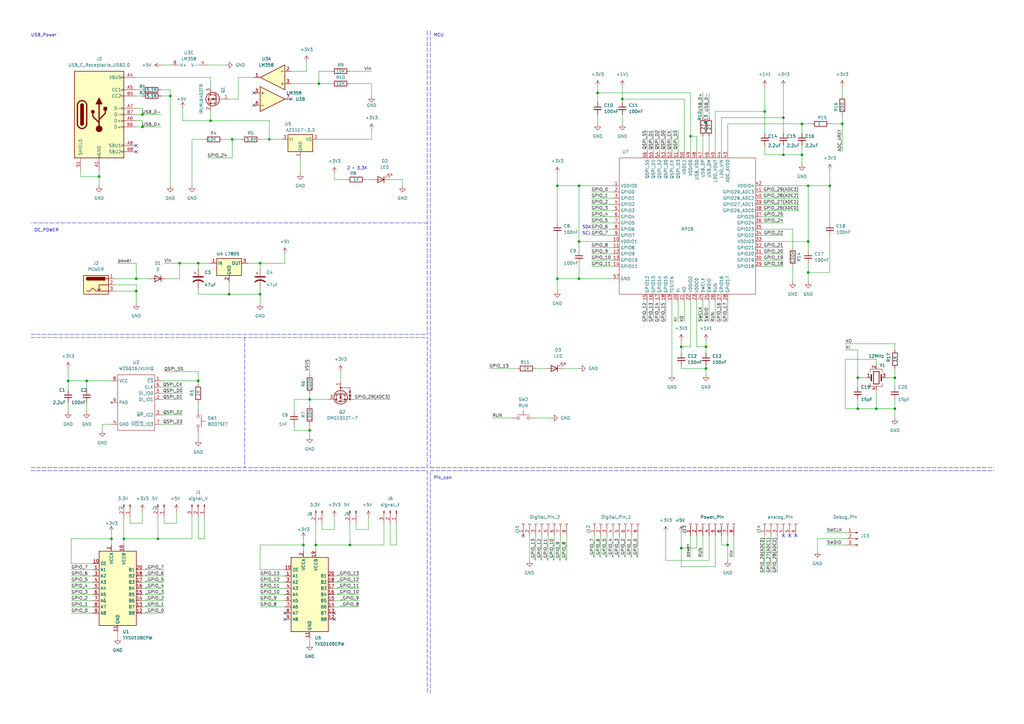
<source format=kicad_sch>
(kicad_sch (version 20211123) (generator eeschema)
  (paper "A3")
  (junction (at 245.11 38.1))
  (junction (at 124.46 223.52))
  (junction (at 93.98 120.65))
  (junction (at 351.79 154.94))
  (junction (at 27.94 156.21))
  (junction (at 73.66 107.95))
  (junction (at 367.03 154.94))
  (junction (at 321.31 63.5))
  (junction (at 106.68 107.95))
  (junction (at 331.47 76.2))
  (junction (at 127 163.83))
  (junction (at 228.6 76.2))
  (junction (at 237.49 114.3))
  (junction (at 64.77 220.98))
  (junction (at 55.88 119.38))
  (junction (at 283.21 55.88))
  (junction (at 367.03 167.64))
  (junction (at 58.42 46.99))
  (junction (at 359.41 167.64))
  (junction (at 237.49 99.06))
  (junction (at 289.56 151.13))
  (junction (at 55.88 114.3))
  (junction (at 50.8 220.98))
  (junction (at 58.42 52.07))
  (junction (at 35.56 156.21))
  (junction (at 345.44 50.8))
  (junction (at 255.27 40.64))
  (junction (at 45.72 220.98))
  (junction (at 340.36 76.2))
  (junction (at 81.28 107.95))
  (junction (at 279.4 224.79))
  (junction (at 127 176.53))
  (junction (at 289.56 142.24))
  (junction (at 81.28 156.21))
  (junction (at 228.6 114.3))
  (junction (at 69.85 39.37))
  (junction (at 279.4 142.24))
  (junction (at 130.81 34.29))
  (junction (at 86.36 49.53))
  (junction (at 95.25 57.15))
  (junction (at 331.47 111.76))
  (junction (at 328.93 63.5))
  (junction (at 110.49 57.15))
  (junction (at 237.49 76.2))
  (junction (at 143.51 223.52))
  (junction (at 328.93 50.8))
  (junction (at 321.31 48.26))
  (junction (at 298.45 223.52))
  (junction (at 129.54 223.52))
  (junction (at 313.69 45.72))
  (junction (at 351.79 167.64))
  (junction (at 331.47 99.06))
  (junction (at 106.68 120.65))
  (junction (at 40.64 72.39))
  (no_connect (at 323.85 219.71))
  (no_connect (at 104.14 43.18))
  (no_connect (at 326.39 219.71))
  (no_connect (at 55.88 62.23))
  (no_connect (at 116.84 251.46))
  (no_connect (at 116.84 254))
  (no_connect (at 137.16 254))
  (no_connect (at 137.16 251.46))
  (no_connect (at 321.31 219.71))
  (no_connect (at 55.88 59.69))
  (no_connect (at 214.63 219.71))
  (no_connect (at 104.14 38.1))
  (no_connect (at 119.38 40.64))
  (wire (pts (xy 160.02 223.52) (xy 162.56 223.52)))
  (wire (pts (xy 81.28 165.1) (xy 81.28 167.64)))
  (wire (pts (xy 120.65 163.83) (xy 127 163.83)))
  (wire (pts (xy 346.71 220.98) (xy 335.28 220.98)))
  (wire (pts (xy 55.88 52.07) (xy 58.42 52.07)))
  (wire (pts (xy 106.68 233.68) (xy 116.84 233.68)))
  (wire (pts (xy 242.57 104.14) (xy 251.46 104.14)))
  (wire (pts (xy 237.49 107.95) (xy 237.49 114.3)))
  (wire (pts (xy 55.88 36.83) (xy 58.42 36.83)))
  (polyline (pts (xy 12.7 137.16) (xy 175.26 137.16)))
  (wire (pts (xy 325.12 93.98) (xy 325.12 101.6)))
  (wire (pts (xy 346.71 167.64) (xy 351.79 167.64)))
  (wire (pts (xy 289.56 151.13) (xy 289.56 153.67)))
  (wire (pts (xy 29.21 238.76) (xy 38.1 238.76)))
  (wire (pts (xy 237.49 114.3) (xy 251.46 114.3)))
  (wire (pts (xy 81.28 177.8) (xy 81.28 180.34)))
  (polyline (pts (xy 12.7 138.43) (xy 175.26 138.43)))
  (wire (pts (xy 55.88 116.84) (xy 55.88 119.38)))
  (wire (pts (xy 340.36 111.76) (xy 331.47 111.76)))
  (wire (pts (xy 86.36 107.95) (xy 81.28 107.95)))
  (wire (pts (xy 45.72 173.99) (xy 41.91 173.99)))
  (wire (pts (xy 29.21 220.98) (xy 45.72 220.98)))
  (wire (pts (xy 265.43 123.19) (xy 265.43 132.08)))
  (wire (pts (xy 106.68 246.38) (xy 116.84 246.38)))
  (wire (pts (xy 45.72 218.44) (xy 45.72 220.98)))
  (wire (pts (xy 232.41 219.71) (xy 232.41 229.87)))
  (wire (pts (xy 298.45 123.19) (xy 298.45 132.08)))
  (wire (pts (xy 242.57 88.9) (xy 251.46 88.9)))
  (wire (pts (xy 55.88 49.53) (xy 58.42 49.53)))
  (wire (pts (xy 273.05 62.23) (xy 273.05 53.34)))
  (wire (pts (xy 74.93 44.45) (xy 74.93 49.53)))
  (wire (pts (xy 290.83 38.1) (xy 290.83 48.26)))
  (wire (pts (xy 58.42 46.99) (xy 66.04 46.99)))
  (wire (pts (xy 46.99 116.84) (xy 55.88 116.84)))
  (wire (pts (xy 245.11 46.99) (xy 245.11 50.8)))
  (wire (pts (xy 40.64 69.85) (xy 40.64 72.39)))
  (wire (pts (xy 149.86 73.66) (xy 152.4 73.66)))
  (wire (pts (xy 93.98 120.65) (xy 106.68 120.65)))
  (wire (pts (xy 50.8 220.98) (xy 50.8 223.52)))
  (wire (pts (xy 67.31 241.3) (xy 58.42 241.3)))
  (wire (pts (xy 35.56 156.21) (xy 35.56 160.02)))
  (wire (pts (xy 33.02 69.85) (xy 33.02 72.39)))
  (wire (pts (xy 280.67 40.64) (xy 255.27 40.64)))
  (wire (pts (xy 127 261.62) (xy 127 264.16)))
  (wire (pts (xy 53.34 212.09) (xy 53.34 214.63)))
  (wire (pts (xy 243.84 228.6) (xy 243.84 219.71)))
  (wire (pts (xy 151.13 217.17) (xy 151.13 212.09)))
  (wire (pts (xy 127 161.29) (xy 127 163.83)))
  (polyline (pts (xy 175.26 91.44) (xy 12.7 91.44)))
  (wire (pts (xy 270.51 123.19) (xy 270.51 132.08)))
  (wire (pts (xy 222.25 219.71) (xy 222.25 229.87)))
  (wire (pts (xy 48.26 107.95) (xy 55.88 107.95)))
  (wire (pts (xy 27.94 156.21) (xy 35.56 156.21)))
  (polyline (pts (xy 176.53 12.7) (xy 176.53 191.77)))
  (wire (pts (xy 86.36 31.75) (xy 86.36 35.56)))
  (wire (pts (xy 78.74 220.98) (xy 64.77 220.98)))
  (wire (pts (xy 67.31 107.95) (xy 73.66 107.95)))
  (wire (pts (xy 157.48 214.63) (xy 157.48 223.52)))
  (wire (pts (xy 288.29 38.1) (xy 288.29 48.26)))
  (wire (pts (xy 106.68 223.52) (xy 106.68 233.68)))
  (wire (pts (xy 283.21 38.1) (xy 245.11 38.1)))
  (wire (pts (xy 312.42 93.98) (xy 325.12 93.98)))
  (wire (pts (xy 290.83 229.87) (xy 273.05 229.87)))
  (wire (pts (xy 346.71 147.32) (xy 346.71 167.64)))
  (wire (pts (xy 66.04 156.21) (xy 81.28 156.21)))
  (wire (pts (xy 116.84 104.14) (xy 116.84 107.95)))
  (wire (pts (xy 55.88 107.95) (xy 55.88 114.3)))
  (wire (pts (xy 68.58 114.3) (xy 73.66 114.3)))
  (wire (pts (xy 298.45 219.71) (xy 298.45 223.52)))
  (wire (pts (xy 81.28 107.95) (xy 81.28 110.49)))
  (wire (pts (xy 242.57 91.44) (xy 251.46 91.44)))
  (wire (pts (xy 137.16 243.84) (xy 147.32 243.84)))
  (wire (pts (xy 359.41 147.32) (xy 346.71 147.32)))
  (wire (pts (xy 278.13 62.23) (xy 278.13 53.34)))
  (wire (pts (xy 106.68 120.65) (xy 106.68 124.46)))
  (wire (pts (xy 283.21 62.23) (xy 283.21 55.88)))
  (wire (pts (xy 73.66 114.3) (xy 73.66 107.95)))
  (wire (pts (xy 340.36 96.52) (xy 340.36 111.76)))
  (wire (pts (xy 67.31 248.92) (xy 58.42 248.92)))
  (wire (pts (xy 29.21 233.68) (xy 38.1 233.68)))
  (wire (pts (xy 106.68 107.95) (xy 116.84 107.95)))
  (wire (pts (xy 83.82 57.15) (xy 78.74 57.15)))
  (wire (pts (xy 127 173.99) (xy 127 176.53)))
  (wire (pts (xy 29.21 231.14) (xy 38.1 231.14)))
  (wire (pts (xy 246.38 228.6) (xy 246.38 219.71)))
  (wire (pts (xy 340.36 69.85) (xy 340.36 76.2)))
  (wire (pts (xy 50.8 212.09) (xy 50.8 220.98)))
  (polyline (pts (xy 175.26 12.7) (xy 175.26 137.16)))
  (wire (pts (xy 279.4 224.79) (xy 279.4 218.44)))
  (wire (pts (xy 237.49 99.06) (xy 251.46 99.06)))
  (wire (pts (xy 116.84 238.76) (xy 106.68 238.76)))
  (wire (pts (xy 81.28 152.4) (xy 81.28 156.21)))
  (wire (pts (xy 346.71 218.44) (xy 339.09 218.44)))
  (wire (pts (xy 295.91 223.52) (xy 298.45 223.52)))
  (wire (pts (xy 67.31 236.22) (xy 58.42 236.22)))
  (wire (pts (xy 78.74 212.09) (xy 78.74 220.98)))
  (wire (pts (xy 97.79 31.75) (xy 104.14 31.75)))
  (wire (pts (xy 86.36 45.72) (xy 86.36 49.53)))
  (wire (pts (xy 345.44 50.8) (xy 345.44 62.23)))
  (wire (pts (xy 29.21 243.84) (xy 38.1 243.84)))
  (wire (pts (xy 85.09 64.77) (xy 95.25 64.77)))
  (wire (pts (xy 321.31 59.69) (xy 321.31 63.5)))
  (wire (pts (xy 58.42 214.63) (xy 58.42 209.55)))
  (wire (pts (xy 130.81 34.29) (xy 135.89 34.29)))
  (wire (pts (xy 255.27 46.99) (xy 255.27 50.8)))
  (wire (pts (xy 33.02 72.39) (xy 40.64 72.39)))
  (wire (pts (xy 29.21 236.22) (xy 38.1 236.22)))
  (wire (pts (xy 285.75 55.88) (xy 283.21 55.88)))
  (wire (pts (xy 137.16 236.22) (xy 147.32 236.22)))
  (wire (pts (xy 242.57 106.68) (xy 251.46 106.68)))
  (wire (pts (xy 300.99 228.6) (xy 300.99 219.71)))
  (wire (pts (xy 335.28 220.98) (xy 335.28 226.06)))
  (wire (pts (xy 106.68 223.52) (xy 124.46 223.52)))
  (wire (pts (xy 242.57 109.22) (xy 251.46 109.22)))
  (wire (pts (xy 298.45 62.23) (xy 298.45 50.8)))
  (wire (pts (xy 313.69 219.71) (xy 313.69 234.95)))
  (wire (pts (xy 120.65 173.99) (xy 120.65 176.53)))
  (wire (pts (xy 316.23 219.71) (xy 316.23 234.95)))
  (wire (pts (xy 242.57 81.28) (xy 251.46 81.28)))
  (wire (pts (xy 285.75 224.79) (xy 279.4 224.79)))
  (wire (pts (xy 137.16 71.12) (xy 137.16 73.66)))
  (wire (pts (xy 325.12 109.22) (xy 325.12 115.57)))
  (wire (pts (xy 106.68 241.3) (xy 116.84 241.3)))
  (wire (pts (xy 288.29 55.88) (xy 288.29 62.23)))
  (wire (pts (xy 97.79 40.64) (xy 97.79 31.75)))
  (wire (pts (xy 66.04 26.67) (xy 69.85 26.67)))
  (wire (pts (xy 55.88 114.3) (xy 60.96 114.3)))
  (wire (pts (xy 58.42 44.45) (xy 58.42 46.99)))
  (wire (pts (xy 248.92 228.6) (xy 248.92 219.71)))
  (wire (pts (xy 27.94 151.13) (xy 27.94 156.21)))
  (wire (pts (xy 143.51 214.63) (xy 143.51 223.52)))
  (wire (pts (xy 127 147.32) (xy 127 153.67)))
  (wire (pts (xy 242.57 93.98) (xy 251.46 93.98)))
  (wire (pts (xy 283.21 142.24) (xy 279.4 142.24)))
  (wire (pts (xy 228.6 71.12) (xy 228.6 76.2)))
  (wire (pts (xy 119.38 34.29) (xy 130.81 34.29)))
  (wire (pts (xy 280.67 123.19) (xy 280.67 132.08)))
  (wire (pts (xy 46.99 114.3) (xy 55.88 114.3)))
  (wire (pts (xy 40.64 72.39) (xy 40.64 76.2)))
  (wire (pts (xy 212.09 151.13) (xy 200.66 151.13)))
  (wire (pts (xy 74.93 158.75) (xy 66.04 158.75)))
  (wire (pts (xy 321.31 48.26) (xy 321.31 54.61)))
  (wire (pts (xy 288.29 219.71) (xy 288.29 228.6)))
  (wire (pts (xy 331.47 76.2) (xy 340.36 76.2)))
  (wire (pts (xy 55.88 119.38) (xy 55.88 124.46)))
  (wire (pts (xy 143.51 223.52) (xy 157.48 223.52)))
  (wire (pts (xy 328.93 63.5) (xy 321.31 63.5)))
  (wire (pts (xy 41.91 173.99) (xy 41.91 176.53)))
  (wire (pts (xy 293.37 219.71) (xy 293.37 232.41)))
  (wire (pts (xy 129.54 223.52) (xy 129.54 226.06)))
  (wire (pts (xy 66.04 161.29) (xy 74.93 161.29)))
  (wire (pts (xy 81.28 118.11) (xy 81.28 120.65)))
  (wire (pts (xy 64.77 212.09) (xy 64.77 220.98)))
  (wire (pts (xy 285.75 142.24) (xy 289.56 142.24)))
  (wire (pts (xy 312.42 88.9) (xy 321.31 88.9)))
  (wire (pts (xy 146.05 217.17) (xy 151.13 217.17)))
  (wire (pts (xy 64.77 220.98) (xy 50.8 220.98)))
  (wire (pts (xy 67.31 212.09) (xy 67.31 214.63)))
  (wire (pts (xy 130.81 57.15) (xy 152.4 57.15)))
  (wire (pts (xy 58.42 49.53) (xy 58.42 52.07)))
  (wire (pts (xy 127 163.83) (xy 134.62 163.83)))
  (wire (pts (xy 137.16 238.76) (xy 147.32 238.76)))
  (wire (pts (xy 351.79 158.75) (xy 351.79 154.94)))
  (wire (pts (xy 279.4 232.41) (xy 279.4 224.79)))
  (wire (pts (xy 275.59 123.19) (xy 275.59 153.67)))
  (wire (pts (xy 331.47 76.2) (xy 331.47 99.06)))
  (wire (pts (xy 125.73 29.21) (xy 125.73 25.4)))
  (wire (pts (xy 106.68 57.15) (xy 110.49 57.15)))
  (wire (pts (xy 351.79 154.94) (xy 355.6 154.94)))
  (wire (pts (xy 29.21 251.46) (xy 38.1 251.46)))
  (wire (pts (xy 290.83 219.71) (xy 290.83 229.87)))
  (wire (pts (xy 135.89 29.21) (xy 130.81 29.21)))
  (wire (pts (xy 119.38 29.21) (xy 125.73 29.21)))
  (wire (pts (xy 293.37 45.72) (xy 313.69 45.72)))
  (wire (pts (xy 66.04 170.18) (xy 74.93 170.18)))
  (wire (pts (xy 298.45 223.52) (xy 298.45 229.87)))
  (wire (pts (xy 254 228.6) (xy 254 219.71)))
  (wire (pts (xy 351.79 154.94) (xy 351.79 143.51)))
  (wire (pts (xy 321.31 48.26) (xy 321.31 35.56)))
  (wire (pts (xy 46.99 119.38) (xy 55.88 119.38)))
  (wire (pts (xy 132.08 217.17) (xy 137.16 217.17)))
  (wire (pts (xy 143.51 34.29) (xy 152.4 34.29)))
  (wire (pts (xy 295.91 48.26) (xy 295.91 62.23)))
  (wire (pts (xy 312.42 96.52) (xy 321.31 96.52)))
  (wire (pts (xy 328.93 50.8) (xy 328.93 54.61)))
  (wire (pts (xy 346.71 143.51) (xy 351.79 143.51)))
  (wire (pts (xy 367.03 143.51) (xy 367.03 140.97)))
  (wire (pts (xy 29.21 231.14) (xy 29.21 220.98)))
  (wire (pts (xy 45.72 220.98) (xy 45.72 223.52)))
  (wire (pts (xy 261.62 228.6) (xy 261.62 219.71)))
  (wire (pts (xy 72.39 214.63) (xy 72.39 209.55)))
  (wire (pts (xy 256.54 228.6) (xy 256.54 219.71)))
  (wire (pts (xy 162.56 214.63) (xy 162.56 223.52)))
  (wire (pts (xy 29.21 241.3) (xy 38.1 241.3)))
  (wire (pts (xy 146.05 214.63) (xy 146.05 217.17)))
  (wire (pts (xy 312.42 83.82) (xy 327.66 83.82)))
  (wire (pts (xy 137.16 73.66) (xy 142.24 73.66)))
  (wire (pts (xy 139.7 152.4) (xy 139.7 156.21)))
  (wire (pts (xy 93.98 40.64) (xy 97.79 40.64)))
  (wire (pts (xy 313.69 45.72) (xy 313.69 35.56)))
  (wire (pts (xy 331.47 107.95) (xy 331.47 111.76)))
  (wire (pts (xy 129.54 214.63) (xy 129.54 223.52)))
  (wire (pts (xy 242.57 83.82) (xy 251.46 83.82)))
  (wire (pts (xy 363.22 154.94) (xy 367.03 154.94)))
  (wire (pts (xy 106.68 107.95) (xy 106.68 110.49)))
  (wire (pts (xy 137.16 217.17) (xy 137.16 212.09)))
  (wire (pts (xy 160.02 73.66) (xy 165.1 73.66)))
  (wire (pts (xy 245.11 35.56) (xy 245.11 38.1)))
  (wire (pts (xy 67.31 214.63) (xy 72.39 214.63)))
  (wire (pts (xy 285.75 123.19) (xy 285.75 142.24)))
  (wire (pts (xy 237.49 76.2) (xy 228.6 76.2)))
  (wire (pts (xy 313.69 45.72) (xy 313.69 54.61)))
  (wire (pts (xy 312.42 101.6) (xy 321.31 101.6)))
  (wire (pts (xy 267.97 123.19) (xy 267.97 132.08)))
  (wire (pts (xy 283.21 55.88) (xy 283.21 38.1)))
  (wire (pts (xy 219.71 151.13) (xy 223.52 151.13)))
  (wire (pts (xy 124.46 220.98) (xy 124.46 223.52)))
  (wire (pts (xy 160.02 214.63) (xy 160.02 223.52)))
  (wire (pts (xy 312.42 91.44) (xy 321.31 91.44)))
  (wire (pts (xy 367.03 167.64) (xy 367.03 171.45)))
  (wire (pts (xy 312.42 76.2) (xy 331.47 76.2)))
  (wire (pts (xy 289.56 142.24) (xy 289.56 144.78)))
  (wire (pts (xy 313.69 63.5) (xy 321.31 63.5)))
  (wire (pts (xy 318.77 219.71) (xy 318.77 234.95)))
  (wire (pts (xy 237.49 99.06) (xy 237.49 102.87)))
  (wire (pts (xy 130.81 29.21) (xy 130.81 34.29)))
  (wire (pts (xy 345.44 35.56) (xy 345.44 39.37)))
  (wire (pts (xy 35.56 156.21) (xy 45.72 156.21)))
  (wire (pts (xy 66.04 163.83) (xy 74.93 163.83)))
  (wire (pts (xy 123.19 64.77) (xy 123.19 71.12)))
  (wire (pts (xy 227.33 219.71) (xy 227.33 229.87)))
  (wire (pts (xy 237.49 76.2) (xy 237.49 99.06)))
  (wire (pts (xy 137.16 241.3) (xy 147.32 241.3)))
  (wire (pts (xy 265.43 62.23) (xy 265.43 53.34)))
  (wire (pts (xy 29.21 246.38) (xy 38.1 246.38)))
  (wire (pts (xy 251.46 228.6) (xy 251.46 219.71)))
  (wire (pts (xy 312.42 78.74) (xy 327.66 78.74)))
  (wire (pts (xy 228.6 114.3) (xy 237.49 114.3)))
  (wire (pts (xy 228.6 76.2) (xy 228.6 91.44)))
  (wire (pts (xy 69.85 39.37) (xy 69.85 76.2)))
  (wire (pts (xy 143.51 223.52) (xy 129.54 223.52)))
  (wire (pts (xy 289.56 139.7) (xy 289.56 142.24)))
  (wire (pts (xy 275.59 53.34) (xy 275.59 62.23)))
  (wire (pts (xy 278.13 123.19) (xy 278.13 132.08)))
  (wire (pts (xy 259.08 228.6) (xy 259.08 219.71)))
  (wire (pts (xy 67.31 238.76) (xy 58.42 238.76)))
  (wire (pts (xy 312.42 81.28) (xy 327.66 81.28)))
  (wire (pts (xy 67.31 243.84) (xy 58.42 243.84)))
  (polyline (pts (xy 175.26 193.04) (xy 175.26 284.48)))
  (wire (pts (xy 367.03 151.13) (xy 367.03 154.94)))
  (wire (pts (xy 351.79 163.83) (xy 351.79 167.64)))
  (wire (pts (xy 81.28 120.65) (xy 93.98 120.65)))
  (wire (pts (xy 289.56 149.86) (xy 289.56 151.13)))
  (wire (pts (xy 331.47 99.06) (xy 331.47 102.87)))
  (wire (pts (xy 27.94 165.1) (xy 27.94 168.91)))
  (wire (pts (xy 55.88 44.45) (xy 58.42 44.45)))
  (wire (pts (xy 81.28 220.98) (xy 83.82 220.98)))
  (wire (pts (xy 228.6 96.52) (xy 228.6 114.3)))
  (wire (pts (xy 270.51 62.23) (xy 270.51 53.34)))
  (wire (pts (xy 328.93 50.8) (xy 332.74 50.8)))
  (wire (pts (xy 69.85 36.83) (xy 69.85 39.37)))
  (wire (pts (xy 295.91 123.19) (xy 295.91 132.08)))
  (wire (pts (xy 359.41 160.02) (xy 359.41 167.64)))
  (wire (pts (xy 293.37 123.19) (xy 293.37 132.08)))
  (wire (pts (xy 86.36 49.53) (xy 110.49 49.53)))
  (wire (pts (xy 273.05 123.19) (xy 273.05 132.08)))
  (wire (pts (xy 245.11 38.1) (xy 245.11 41.91)))
  (wire (pts (xy 359.41 167.64) (xy 367.03 167.64)))
  (wire (pts (xy 283.21 123.19) (xy 283.21 142.24)))
  (polyline (pts (xy 176.53 193.04) (xy 407.67 193.04)))
  (wire (pts (xy 290.83 55.88) (xy 290.83 62.23)))
  (wire (pts (xy 359.41 149.86) (xy 359.41 147.32)))
  (wire (pts (xy 152.4 34.29) (xy 152.4 39.37)))
  (polyline (pts (xy 175.26 191.77) (xy 175.26 138.43)))
  (wire (pts (xy 328.93 59.69) (xy 328.93 63.5)))
  (wire (pts (xy 345.44 50.8) (xy 345.44 46.99)))
  (wire (pts (xy 48.26 259.08) (xy 48.26 261.62)))
  (wire (pts (xy 137.16 248.92) (xy 147.32 248.92)))
  (wire (pts (xy 67.31 152.4) (xy 81.28 152.4)))
  (wire (pts (xy 224.79 219.71) (xy 224.79 229.87)))
  (wire (pts (xy 279.4 149.86) (xy 279.4 151.13)))
  (wire (pts (xy 285.75 219.71) (xy 285.75 224.79)))
  (wire (pts (xy 67.31 233.68) (xy 58.42 233.68)))
  (wire (pts (xy 228.6 114.3) (xy 228.6 119.38)))
  (wire (pts (xy 340.36 50.8) (xy 345.44 50.8)))
  (wire (pts (xy 110.49 49.53) (xy 110.49 57.15)))
  (wire (pts (xy 55.88 46.99) (xy 58.42 46.99)))
  (wire (pts (xy 285.75 62.23) (xy 285.75 55.88)))
  (wire (pts (xy 312.42 104.14) (xy 321.31 104.14)))
  (wire (pts (xy 340.36 76.2) (xy 340.36 91.44)))
  (polyline (pts (xy 12.7 191.77) (xy 175.26 191.77)))
  (wire (pts (xy 93.98 115.57) (xy 93.98 120.65)))
  (wire (pts (xy 27.94 156.21) (xy 27.94 160.02)))
  (wire (pts (xy 124.46 223.52) (xy 124.46 226.06)))
  (wire (pts (xy 81.28 212.09) (xy 81.28 220.98)))
  (wire (pts (xy 312.42 99.06) (xy 331.47 99.06)))
  (wire (pts (xy 66.04 39.37) (xy 69.85 39.37)))
  (wire (pts (xy 83.82 212.09) (xy 83.82 220.98)))
  (wire (pts (xy 110.49 57.15) (xy 115.57 57.15)))
  (wire (pts (xy 81.28 156.21) (xy 81.28 157.48)))
  (wire (pts (xy 295.91 48.26) (xy 321.31 48.26)))
  (wire (pts (xy 95.25 64.77) (xy 95.25 57.15)))
  (wire (pts (xy 217.17 229.87) (xy 217.17 219.71)))
  (wire (pts (xy 106.68 120.65) (xy 106.68 118.11)))
  (wire (pts (xy 293.37 232.41) (xy 279.4 232.41)))
  (wire (pts (xy 267.97 62.23) (xy 267.97 53.34)))
  (wire (pts (xy 29.21 248.92) (xy 38.1 248.92)))
  (wire (pts (xy 273.05 229.87) (xy 273.05 218.44)))
  (wire (pts (xy 280.67 62.23) (xy 280.67 40.64)))
  (wire (pts (xy 229.87 219.71) (xy 229.87 229.87)))
  (wire (pts (xy 331.47 111.76) (xy 331.47 115.57)))
  (wire (pts (xy 312.42 109.22) (xy 321.31 109.22)))
  (wire (pts (xy 201.93 171.45) (xy 209.55 171.45)))
  (wire (pts (xy 66.04 36.83) (xy 69.85 36.83)))
  (wire (pts (xy 346.71 140.97) (xy 367.03 140.97)))
  (wire (pts (xy 137.16 246.38) (xy 147.32 246.38)))
  (wire (pts (xy 242.57 101.6) (xy 251.46 101.6)))
  (wire (pts (xy 132.08 214.63) (xy 132.08 217.17)))
  (wire (pts (xy 231.14 151.13) (xy 237.49 151.13)))
  (wire (pts (xy 120.65 168.91) (xy 120.65 163.83)))
  (wire (pts (xy 346.71 223.52) (xy 339.09 223.52)))
  (wire (pts (xy 127 163.83) (xy 127 166.37)))
  (wire (pts (xy 219.71 219.71) (xy 219.71 229.87)))
  (polyline (pts (xy 176.53 191.77) (xy 407.67 191.77)))
  (polyline (pts (xy 176.53 284.48) (xy 176.53 193.04)))
  (wire (pts (xy 219.71 171.45) (xy 226.06 171.45)))
  (wire (pts (xy 58.42 52.07) (xy 66.04 52.07)))
  (wire (pts (xy 101.6 107.95) (xy 106.68 107.95)))
  (wire (pts (xy 293.37 45.72) (xy 293.37 62.23)))
  (wire (pts (xy 35.56 165.1) (xy 35.56 168.91)))
  (wire (pts (xy 78.74 57.15) (xy 78.74 76.2)))
  (wire (pts (xy 367.03 154.94) (xy 367.03 158.75)))
  (wire (pts (xy 127 176.53) (xy 127 179.07)))
  (wire (pts (xy 85.09 26.67) (xy 92.71 26.67)))
  (wire (pts (xy 165.1 73.66) (xy 165.1 76.2)))
  (wire (pts (xy 116.84 236.22) (xy 106.68 236.22)))
  (wire (pts (xy 120.65 176.53) (xy 127 176.53)))
  (wire (pts (xy 152.4 57.15) (xy 152.4 53.34)))
  (wire (pts (xy 312.42 86.36) (xy 327.66 86.36)))
  (wire (pts (xy 290.83 123.19) (xy 290.83 132.08)))
  (polyline (pts (xy 100.33 138.43) (xy 100.33 191.77)))
  (wire (pts (xy 74.93 49.53) (xy 86.36 49.53)))
  (wire (pts (xy 66.04 173.99) (xy 74.93 173.99)))
  (wire (pts (xy 53.34 214.63) (xy 58.42 214.63)))
  (wire (pts (xy 367.03 163.83) (xy 367.03 167.64)))
  (wire (pts (xy 283.21 219.71) (xy 283.21 228.6)))
  (wire (pts (xy 106.68 243.84) (xy 116.84 243.84)))
  (wire (pts (xy 67.31 251.46) (xy 58.42 251.46)))
  (wire (pts (xy 298.45 50.8) (xy 328.93 50.8)))
  (wire (pts (xy 295.91 219.71) (xy 295.91 223.52)))
  (wire (pts (xy 313.69 59.69) (xy 313.69 63.5)))
  (wire (pts (xy 237.49 76.2) (xy 251.46 76.2)))
  (wire (pts (xy 242.57 86.36) (xy 251.46 86.36)))
  (wire (pts (xy 91.44 57.15) (xy 95.25 57.15)))
  (wire (pts (xy 143.51 29.21) (xy 152.4 29.21)))
  (wire (pts (xy 279.4 151.13) (xy 289.56 151.13)))
  (wire (pts (xy 312.42 106.68) (xy 321.31 106.68)))
  (wire (pts (xy 279.4 139.7) (xy 279.4 142.24)))
  (wire (pts (xy 242.57 78.74) (xy 251.46 78.74)))
  (wire (pts (xy 106.68 248.92) (xy 116.84 248.92)))
  (wire (pts (xy 279.4 142.24) (xy 279.4 144.78)))
  (wire (pts (xy 144.78 163.83) (xy 160.02 163.83)))
  (wire (pts (xy 255.27 40.64) (xy 255.27 41.91)))
  (wire (pts (xy 242.57 96.52) (xy 251.46 96.52)))
  (wire (pts (xy 55.88 31.75) (xy 86.36 31.75)))
  (wire (pts (xy 67.31 246.38) (xy 58.42 246.38)))
  (wire (pts (xy 328.93 63.5) (xy 328.93 67.31)))
  (wire (pts (xy 95.25 57.15) (xy 99.06 57.15)))
  (wire (pts (xy 351.79 167.64) (xy 359.41 167.64)))
  (wire (pts (xy 73.66 107.95) (xy 81.28 107.95)))
  (wire (pts (xy 255.27 35.56) (xy 255.27 40.64)))
  (wire (pts (xy 55.88 39.37) (xy 58.42 39.37)))
  (polyline (pts (xy 12.7 193.04) (xy 175.26 193.04)))
  (wire (pts (xy 288.29 123.19) (xy 288.29 132.08)))
  (text "SCL" (at 238.76 96.52 0) (effects (font (size 1.27 1.27)) (justify left bottom)))
  (text "SDA" (at 238.76 93.98 0) (effects (font (size 1.27 1.27)) (justify left bottom)))
  (text "USB_Power" (at 12.7 15.24 0) (effects (font (size 1.27 1.27)) (justify left bottom)))
  (text "전원부" (at 55.88 123.19 0) (effects (font (size 1.27 1.27)) (justify left bottom)))
  (text "DC_POWER" (at 13.97 95.25 0) (effects (font (size 1.27 1.27)) (justify left bottom)))
  (text "MCU" (at 177.8 15.24 0) (effects (font (size 1.27 1.27)) (justify left bottom)))
  (text "Pin_con" (at 177.8 196.85 0) (effects (font (size 1.27 1.27)) (justify left bottom)))
  (text "2 ~ 3.3K" (at 142.24 69.85 0) (effects (font (size 1.27 1.27)) (justify left bottom)))
  (label "GPIO_18" (at 321.31 109.22 180))
  (label "_GPIO_5" (at 248.92 228.6 90))
  (label "RUN" (at 201.93 171.45 0))
  (label "_GPIO_10" (at 227.33 229.87 90))
  (label "_GPIO_12" (at 147.32 238.76 180))
  (label "SWCLK" (at 288.29 132.08 90))
  (label "_GPIO_1" (at 259.08 228.6 90))
  (label "_GPIO_13" (at 219.71 229.87 90))
  (label "QSPI_D2" (at 270.51 53.34 270))
  (label "USB_D+" (at 288.29 38.1 270))
  (label "_GPIO_8" (at 147.32 248.92 180))
  (label "GPIO_20" (at 321.31 104.14 180))
  (label "_GPIO_0" (at 261.62 228.6 90))
  (label "GPIO_19" (at 321.31 106.68 180))
  (label "GPIO_25" (at 321.31 88.9 180))
  (label "_GPIO_4" (at 251.46 228.6 90))
  (label "GPIO_21" (at 321.31 101.6 180))
  (label "GPIO_0" (at 29.21 251.46 0))
  (label "Vin" (at 152.4 29.21 180))
  (label "_GPIO_7" (at 243.84 228.6 90))
  (label "_GPIO_9" (at 147.32 246.38 180))
  (label "XI" (at 278.13 132.08 90))
  (label "GPIO_6" (at 29.21 236.22 0))
  (label "GPIO_10" (at 242.57 106.68 0))
  (label "QSPI_SS" (at 67.31 152.4 0))
  (label "VSYS" (at 127 147.32 270))
  (label "GPIO_28(ADC2)" (at 318.77 234.95 90))
  (label "GPIO_16" (at 295.91 132.08 90))
  (label "GPIO_4" (at 29.21 241.3 0))
  (label "GPIO_26(ADC0)" (at 313.69 234.95 90))
  (label "GPIO_28(ADC2)" (at 327.66 81.28 180))
  (label "QSPI_D0" (at 74.93 161.29 180))
  (label "GPIO_29(ADC3)" (at 327.66 78.74 180))
  (label "GPIO_29(ADC3)" (at 160.02 163.83 180))
  (label "_GPIO_3" (at 67.31 243.84 180))
  (label "GPIO_5" (at 242.57 91.44 0))
  (label "SWDIO" (at 339.09 223.52 0))
  (label "GPIO_7" (at 29.21 233.68 0))
  (label "_GPIO_6" (at 67.31 236.22 180))
  (label "GPIO_13" (at 200.66 151.13 0))
  (label "GPIO_2" (at 29.21 246.38 0))
  (label "GPIO_7" (at 242.57 96.52 0))
  (label "RUN" (at 288.29 228.6 90))
  (label "USB_D-" (at 66.04 46.99 180))
  (label "ADC_VREF" (at 345.44 62.23 90))
  (label "GPIO_1" (at 29.21 248.92 0))
  (label "GPIO_9" (at 106.68 246.38 0))
  (label "GPIO_13" (at 267.97 132.08 90))
  (label "GPIO_14" (at 270.51 132.08 90))
  (label "Vin" (at 300.99 228.6 90))
  (label "RUN" (at 293.37 132.08 90))
  (label "GPIO_17" (at 298.45 132.08 90))
  (label "_GPIO_2" (at 67.31 246.38 180))
  (label "GPIO_8" (at 242.57 101.6 0))
  (label "GPIO_8" (at 106.68 248.92 0))
  (label "_GPIO_11" (at 147.32 241.3 180))
  (label "_GPIO_5" (at 67.31 238.76 180))
  (label "QSPI_D1" (at 267.97 53.34 270))
  (label "USB_D-" (at 290.83 38.1 270))
  (label "QSPI_D1" (at 74.93 163.83 180))
  (label "SWDIO" (at 290.83 132.08 90))
  (label "_GPIO_3" (at 254 228.6 90))
  (label "USB_D+" (at 66.04 52.07 180))
  (label "GPIO_3" (at 242.57 86.36 0))
  (label "GPIO_15" (at 273.05 132.08 90))
  (label "GPIO_26(ADC0)" (at 327.66 86.36 180))
  (label "_GPIO_13" (at 147.32 236.22 180))
  (label "GPIO_11" (at 106.68 241.3 0))
  (label "QSPI_D2" (at 74.93 170.18 180))
  (label "QSPI_CK" (at 275.59 53.34 270))
  (label "GPIO_3" (at 29.21 243.84 0))
  (label "_GPIO_0" (at 67.31 251.46 180))
  (label "GPIO_6" (at 242.57 93.98 0))
  (label "_GPIO_12" (at 222.25 229.87 90))
  (label "GPIO_10" (at 106.68 243.84 0))
  (label "GPIO_22" (at 321.31 96.52 180))
  (label "QSPI_D3" (at 278.13 53.34 270))
  (label "power" (at 283.21 228.6 90))
  (label "_GPIO_8" (at 232.41 229.87 90))
  (label "GPIO_5" (at 29.21 238.76 0))
  (label "GPIO_2" (at 242.57 83.82 0))
  (label "GPIO_13" (at 106.68 236.22 0))
  (label "_GPIO_11" (at 224.79 229.87 90))
  (label "GPIO_24" (at 85.09 64.77 0))
  (label "GPIO_12" (at 265.43 132.08 90))
  (label "GPIO_0" (at 242.57 78.74 0))
  (label "QSPI_SS" (at 265.43 53.34 270))
  (label "_GPIO_7" (at 67.31 233.68 180))
  (label "GPIO_27(ADC1)" (at 327.66 83.82 180))
  (label "_GPIO_10" (at 147.32 243.84 180))
  (label "Vin" (at 67.31 107.95 0))
  (label "XO" (at 346.71 140.97 0))
  (label "QSPI_D3" (at 74.93 173.99 180))
  (label "GPIO_11" (at 242.57 109.22 0))
  (label "GPIO_1" (at 242.57 81.28 0))
  (label "GPIO_9" (at 242.57 104.14 0))
  (label "XO" (at 280.67 132.08 90))
  (label "_GPIO_2" (at 256.54 228.6 90))
  (label "SWCLK" (at 339.09 218.44 0))
  (label "GPIO_24" (at 321.31 91.44 180))
  (label "_GPIO_4" (at 67.31 241.3 180))
  (label "QSPI_CK" (at 74.93 158.75 180))
  (label "XI" (at 346.71 143.51 0))
  (label "_GPIO_6" (at 246.38 228.6 90))
  (label "_GPIO_1" (at 67.31 248.92 180))
  (label "GPIO_27(ADC1)" (at 316.23 234.95 90))
  (label "GPIO_12" (at 106.68 238.76 0))
  (label "power" (at 48.26 107.95 0))
  (label "_GPIO_9" (at 229.87 229.87 90))
  (label "QSPI_D0" (at 273.05 53.34 270))
  (label "GPIO_4" (at 242.57 88.9 0))
  (symbol (lib_id "power:GND") (at 328.93 67.31 0) (mirror y) (unit 1)
    (property "Reference" "#PWR0123" (effects hide))
    (property "Value" "GND" (at 328.93 72.39 0))
  )
  (symbol (lib_id "power:GND") (at 152.4 39.37 0) (unit 1)
    (property "Reference" "#PWR0115" (effects hide))
    (property "Value" "GND" (at 152.4 43.18 0))
  )
  (symbol (lib_id "Switch:SW_Push") (at 214.63 171.45 0) (unit 1)
    (property "Reference" "SW2" (at 214.63 163.83 0))
    (property "Value" "RUN" (at 214.63 166.37 0))
    (property "Footprint" "Button_Switch_SMD:SW_SPST_Omron_B3FS-100xP" (effects hide))
  )
  (symbol (lib_id "power:+5V") (at 279.4 218.44 0) (unit 1)
    (property "Reference" "#PWR0153" (effects hide))
    (property "Value" "+5V" (at 276.86 213.36 0) (effects (justify left)))
  )
  (symbol (lib_id "power:+3.3V") (at 245.11 35.56 0) (unit 1)
    (property "Reference" "#PWR0120" (effects hide))
    (property "Value" "+3.3V" (at 245.11 30.48 0))
  )
  (symbol (lib_id "Device:LED") (at 156.21 73.66 180) (unit 1)
    (property "Reference" "D2" (at 157.7975 66.04 0))
    (property "Value" "LED" (at 157.7975 68.58 0))
    (property "Footprint" "LED_SMD:LED_0805_2012Metric_Pad1.15x1.40mm_HandSolder" (effects hide))
  )
  (symbol (lib_id "power:+3.3V") (at 137.16 212.09 0) (unit 1)
    (property "Reference" "#PWR0140" (effects hide))
    (property "Value" "+3.3V" (at 137.16 207.01 0))
  )
  (symbol (lib_id "power:GND") (at 106.68 124.46 0) (unit 1)
    (property "Reference" "#PWR0114" (effects hide))
    (property "Value" "GND" (at 106.68 129.54 0))
  )
  (symbol (lib_id "power:GND") (at 331.47 115.57 0) (mirror y) (unit 1)
    (property "Reference" "#PWR0128" (effects hide))
    (property "Value" "GND" (at 331.47 120.65 0))
  )
  (symbol (lib_id "power:+3.3V") (at 321.31 35.56 0) (unit 1)
    (property "Reference" "#PWR0125" (effects hide))
    (property "Value" "+3.3V" (at 321.31 30.48 0))
  )
  (symbol (lib_id "power:+3.3V") (at 273.05 218.44 0) (unit 1)
    (property "Reference" "#PWR0154" (effects hide))
    (property "Value" "+3.3V" (at 273.05 213.36 0))
  )
  (symbol (lib_id "power:+3.3V") (at 137.16 71.12 0) (unit 1)
    (property "Reference" "#PWR0109" (effects hide))
    (property "Value" "+3.3V" (at 137.16 66.04 0))
  )
  (symbol (lib_id "power:+3.3V") (at 58.42 209.55 0) (unit 1)
    (property "Reference" "#PWR0134" (effects hide))
    (property "Value" "+3.3V" (at 58.42 204.47 0))
  )
  (symbol (lib_id "Connector:Conn_01x08_Female") (at 222.25 214.63 90) (unit 1)
    (property "Reference" "J11" (at 212.09 217.17 0))
    (property "Value" "Digital_Pin_2" (at 223.52 212.09 90))
    (property "Footprint" "Connector_PinSocket_2.54mm:PinSocket_1x08_P2.54mm_Vertical" (effects hide))
  )
  (symbol (lib_id "power:+3.3V") (at 125.73 25.4 0) (unit 1)
    (property "Reference" "#PWR0102" (effects hide))
    (property "Value" "+3.3V" (at 125.73 20.32 0))
  )
  (symbol (lib_id "power:+3.3V") (at 152.4 53.34 0) (unit 1)
    (property "Reference" "#PWR0116" (effects hide))
    (property "Value" "+3.3V" (at 152.4 48.26 0))
  )
  (symbol (lib_id "Transistor_FET:DMG1012T") (at 139.7 161.29 90) (mirror x) (unit 1)
    (property "Reference" "Q2" (at 140.3985 168.91 90))
    (property "Value" "DMG1012T-7" (at 140.3985 171.45 90))
    (property "Footprint" "MOSFET:DMG1012T" (effects hide))
    (property "Datasheet" "https://www.diodes.com/assets/Datasheets/ds31783.pdf" (effects hide))
  )
  (symbol (lib_id "power:+3.3V") (at 228.6 71.12 0) (unit 1)
    (property "Reference" "#PWR0121" (effects hide))
    (property "Value" "+3.3V" (at 228.6 66.04 0))
  )
  (symbol (lib_id "power:+5V") (at 72.39 209.55 0) (unit 1)
    (property "Reference" "#PWR0136" (effects hide))
    (property "Value" "+5V" (at 69.85 204.47 0) (effects (justify left)))
  )
  (symbol (lib_id "Device:C_Small") (at 321.31 57.15 0) (unit 1)
    (property "Reference" "C15" (at 322.58 55.88 0) (effects (justify left)))
    (property "Value" "2.2uF" (at 322.58 59.69 0) (effects (justify left)))
    (property "Footprint" "Capacitor_SMD:C_0805_2012Metric_Pad1.18x1.45mm_HandSolder" (effects hide))
  )
  (symbol (lib_id "Device:R") (at 325.12 105.41 180) (unit 1)
    (property "Reference" "R14" (at 327.66 105.41 90))
    (property "Value" "100K" (at 325.12 105.41 90))
    (property "Footprint" "Resistor_SMD:R_0805_2012Metric_Pad1.20x1.40mm_HandSolder" (effects hide))
  )
  (symbol (lib_id "Device:C_Small") (at 237.49 105.41 0) (unit 1)
    (property "Reference" "C9" (at 233.68 102.87 0) (effects (justify left)))
    (property "Value" "100nF" (at 231.14 107.95 0) (effects (justify left)))
    (property "Footprint" "Capacitor_SMD:C_0603_1608Metric_Pad1.08x0.95mm_HandSolder" (effects hide))
  )
  (symbol (lib_id "Connector:Conn_01x03_Male") (at 160.02 209.55 270) (unit 1)
    (property "Reference" "J6" (at 160.02 204.47 90))
    (property "Value" "signal_V" (at 160.02 207.01 90))
    (property "Footprint" "Connector_PinHeader_2.54mm:PinHeader_1x03_P2.54mm_Vertical" (effects hide))
  )
  (symbol (lib_id "Device:R") (at 345.44 43.18 0) (unit 1)
    (property "Reference" "R16" (at 342.9 41.91 90) (effects (justify right)))
    (property "Value" "200" (at 345.44 41.91 90) (effects (justify right)))
    (property "Footprint" "Resistor_SMD:R_0805_2012Metric_Pad1.20x1.40mm_HandSolder" (effects hide))
  )
  (symbol (lib_id "Device:C_Small") (at 120.65 171.45 180) (unit 1)
    (property "Reference" "C6" (at 115.57 170.18 0) (effects (justify right)))
    (property "Value" "1nF" (at 114.3 173.99 0) (effects (justify right)))
    (property "Footprint" "Capacitor_SMD:C_0805_2012Metric_Pad1.18x1.45mm_HandSolder" (effects hide))
  )
  (symbol (lib_id "Device:R") (at 336.55 50.8 90) (unit 1)
    (property "Reference" "R15" (at 335.28 48.26 90) (effects (justify right)))
    (property "Value" "1" (at 335.28 50.8 90) (effects (justify right)))
    (property "Footprint" "Resistor_SMD:R_0603_1608Metric_Pad0.98x0.95mm_HandSolder" (effects hide))
  )
  (symbol (lib_id "Device:R") (at 139.7 29.21 270) (unit 1)
    (property "Reference" "R9" (at 139.7 26.67 90))
    (property "Value" "10K" (at 139.7 29.21 90))
    (property "Footprint" "Resistor_SMD:R_0805_2012Metric_Pad1.20x1.40mm_HandSolder" (effects hide))
  )
  (symbol (lib_id "power:+1V1") (at 313.69 35.56 0) (unit 1)
    (property "Reference" "#PWR0126" (effects hide))
    (property "Value" "+1V1" (at 313.69 30.48 0))
  )
  (symbol (lib_id "Amplifier_Operational:LM358") (at 111.76 31.75 180) (unit 1)
    (property "Reference" "U3" (at 109.22 24.13 0))
    (property "Value" "LM358" (at 109.22 26.67 0))
    (property "Footprint" "Package_SO:SOIC-8_3.9x4.9mm_P1.27mm" (effects hide))
    (property "Datasheet" "http://www.ti.com/lit/ds/symlink/lm2904-n.pdf" (effects hide))
  )
  (symbol (lib_id "power:+5V") (at 66.04 26.67 90) (unit 1)
    (property "Reference" "#PWR0106" (effects hide))
    (property "Value" "+5V" (at 62.23 26.6699 90) (effects (justify left)))
  )
  (symbol (lib_id "Device:C_Small") (at 351.79 161.29 0) (unit 1)
    (property "Reference" "C19" (at 353.06 158.75 0) (effects (justify left)))
    (property "Value" "15pF" (at 353.06 163.83 0) (effects (justify left)))
    (property "Footprint" "Capacitor_SMD:C_0603_1608Metric_Pad1.08x0.95mm_HandSolder" (effects hide))
  )
  (symbol (lib_id "Device:R") (at 288.29 52.07 180) (unit 1)
    (property "Reference" "R12" (at 287.02 49.53 90) (effects (justify right)))
    (property "Value" "27" (at 288.29 53.34 90) (effects (justify right)))
    (property "Footprint" "Resistor_SMD:R_0603_1608Metric_Pad0.98x0.95mm_HandSolder" (effects hide))
  )
  (symbol (lib_id "Device:R") (at 290.83 52.07 0) (unit 1)
    (property "Reference" "R13" (at 289.56 46.99 90) (effects (justify right)))
    (property "Value" "27" (at 290.83 50.8 90) (effects (justify right)))
    (property "Footprint" "Resistor_SMD:R_0603_1608Metric_Pad0.98x0.95mm_HandSolder" (effects hide))
  )
  (symbol (lib_id "Connector:USB_C_Receptacle_USB2.0") (at 40.64 46.99 0) (unit 1)
    (property "Reference" "J3" (at 40.64 24.13 0))
    (property "Value" "USB_C_Receptacle_USB2.0" (at 40.64 26.67 0))
    (property "Footprint" "Connector_USB:USB_C_Receptacle_XKB_U262-16XN-4BVC11" (effects hide))
    (property "Datasheet" "https://www.usb.org/sites/default/files/documents/usb_type-c.zip" (effects hide))
  )
  (symbol (lib_id "Device:R") (at 367.03 147.32 0) (unit 1)
    (property "Reference" "R17" (at 364.49 148.59 90) (effects (justify left)))
    (property "Value" "1K" (at 367.03 148.59 90) (effects (justify left)))
    (property "Footprint" "Resistor_SMD:R_0603_1608Metric_Pad0.98x0.95mm_HandSolder" (effects hide))
  )
  (symbol (lib_id "Logic_LevelTranslator:TXS0108EPW") (at 48.26 241.3 0) (unit 1)
    (property "Reference" "U1" (at 50.2794 259.08 0) (effects (justify left)))
    (property "Value" "TXS0108EPW" (at 50.2794 261.62 0) (effects (justify left)))
    (property "Footprint" "Package_SO:TSSOP-20_4.4x6.5mm_P0.65mm" (effects hide))
    (property "Datasheet" "www.ti.com/lit/ds/symlink/txs0108e.pdf" (effects hide))
  )
  (symbol (lib_id "power:GND") (at 255.27 50.8 0) (unit 1)
    (property "Reference" "#PWR0117" (effects hide))
    (property "Value" "GND" (at 255.27 55.88 0))
  )
  (symbol (lib_id "power:+3.3V") (at 345.44 35.56 0) (unit 1)
    (property "Reference" "#PWR0127" (effects hide))
    (property "Value" "+3.3V" (at 345.44 30.48 0))
  )
  (symbol (lib_id "power:GND") (at 165.1 76.2 0) (unit 1)
    (property "Reference" "#PWR0111" (effects hide))
    (property "Value" "GND" (at 165.1 81.28 0))
  )
  (symbol (lib_id "Logic_LevelTranslator:TXS0108EPW") (at 127 243.84 0) (unit 1)
    (property "Reference" "U6" (at 129.0194 261.62 0) (effects (justify left)))
    (property "Value" "TXS0108EPW" (at 129.0194 264.16 0) (effects (justify left)))
    (property "Footprint" "Package_SO:TSSOP-20_4.4x6.5mm_P0.65mm" (effects hide))
    (property "Datasheet" "www.ti.com/lit/ds/symlink/txs0108e.pdf" (effects hide))
  )
  (symbol (lib_id "Device:R") (at 146.05 73.66 270) (unit 1)
    (property "Reference" "R8" (at 143.51 71.12 90) (effects (justify left)))
    (property "Value" "1K" (at 144.78 73.66 90) (effects (justify left)))
    (property "Footprint" "Resistor_SMD:R_0603_1608Metric_Pad0.98x0.95mm_HandSolder" (effects hide))
  )
  (symbol (lib_id "Device:R") (at 127 170.18 0) (unit 1)
    (property "Reference" "R7" (at 124.46 171.45 90) (effects (justify left)))
    (property "Value" "100K" (at 127 172.72 90) (effects (justify left)))
    (property "Footprint" "Resistor_SMD:R_0805_2012Metric_Pad1.20x1.40mm_HandSolder" (effects hide))
  )
  (symbol (lib_id "Connector:Conn_01x08_Female") (at 251.46 214.63 90) (unit 1)
    (property "Reference" "J12" (at 241.3 217.17 0))
    (property "Value" "Digital_Pin_1" (at 252.73 212.09 90))
    (property "Footprint" "Connector_PinSocket_2.54mm:PinSocket_1x08_P2.54mm_Vertical" (effects hide))
  )
  (symbol (lib_id "Amplifier_Operational:LM358") (at 111.76 40.64 0) (unit 2)
    (property "Reference" "U3" (at 123.19 40.64 0))
    (property "Value" "LM358" (at 120.65 38.1 0))
    (property "Footprint" "Package_SO:SOIC-8_3.9x4.9mm_P1.27mm" (effects hide))
    (property "Datasheet" "http://www.ti.com/lit/ds/symlink/lm2904-n.pdf" (effects hide))
  )
  (symbol (lib_id "Regulator_Linear:L7805") (at 93.98 107.95 0) (unit 1)
    (property "Reference" "U4" (at 90.17 104.14 0))
    (property "Value" "L7805" (at 95.25 104.14 0))
    (property "Footprint" "Package_TO_SOT_SMD:TO-252-2" (effects hide))
    (property "Datasheet" "http://www.st.com/content/ccc/resource/technical/document/datasheet/41/4f/b3/b0/12/d4/47/88/CD00000444.pdf/files/CD00000444.pdf/jcr:content/translations/en.CD00000444.pdf" (effects hide))
  )
  (symbol (lib_id "Device:R") (at 62.23 36.83 90) (unit 1)
    (property "Reference" "R1" (at 58.42 35.56 90))
    (property "Value" "5.1K" (at 62.23 36.83 90))
    (property "Footprint" "Resistor_SMD:R_0603_1608Metric_Pad0.98x0.95mm_HandSolder" (effects hide))
  )
  (symbol (lib_id "power:+5V") (at 74.93 44.45 0) (unit 1)
    (property "Reference" "#PWR0103" (effects hide))
    (property "Value" "+5V" (at 72.39 40.64 0) (effects (justify left)))
  )
  (symbol (lib_id "Connector:Conn_01x02_Male") (at 146.05 209.55 270) (unit 1)
    (property "Reference" "J9" (at 140.97 210.82 90) (effects (justify left)))
    (property "Value" "5V" (at 140.97 207.01 90) (effects (justify left)))
    (property "Footprint" "Connector_PinHeader_2.54mm:PinHeader_1x02_P2.54mm_Vertical" (effects hide))
  )
  (symbol (lib_id "power:+3.3V") (at 45.72 218.44 0) (unit 1)
    (property "Reference" "#PWR0135" (effects hide))
    (property "Value" "+3.3V" (at 45.72 214.63 0))
  )
  (symbol (lib_id "Amplifier_Operational:LM358") (at 77.47 24.13 90) (unit 3)
    (property "Reference" "U3" (at 77.47 21.59 90))
    (property "Value" "LM358" (at 77.47 24.13 90))
    (property "Footprint" "Package_SO:SOIC-8_3.9x4.9mm_P1.27mm" (effects hide))
    (property "Datasheet" "http://www.ti.com/lit/ds/symlink/lm2904-n.pdf" (effects hide))
  )
  (symbol (lib_id "Device:R") (at 102.87 57.15 270) (unit 1)
    (property "Reference" "R5" (at 104.14 54.61 90) (effects (justify right)))
    (property "Value" "5.6K" (at 105.41 57.15 90) (effects (justify right)))
    (property "Footprint" "Resistor_SMD:R_0805_2012Metric_Pad1.20x1.40mm_HandSolder" (effects hide))
  )
  (symbol (lib_id "Device:C_Small") (at 289.56 147.32 0) (unit 1)
    (property "Reference" "C13" (at 292.1 146.0562 0) (effects (justify left)))
    (property "Value" "100nF" (at 292.1 148.5962 0) (effects (justify left)))
    (property "Footprint" "Capacitor_SMD:C_0603_1608Metric_Pad1.08x0.95mm_HandSolder" (effects hide))
  )
  (symbol (lib_id "Device:C_Small") (at 27.94 162.56 180) (unit 1)
    (property "Reference" "C1" (at 24.13 160.02 0) (effects (justify right)))
    (property "Value" "2.2uF" (at 21.59 165.1 0) (effects (justify right)))
    (property "Footprint" "Capacitor_SMD:C_0805_2012Metric_Pad1.18x1.45mm_HandSolder" (effects hide))
  )
  (symbol (lib_id "Device:C_Small") (at 340.36 93.98 0) (unit 1)
    (property "Reference" "C18" (at 342.9 92.7162 0) (effects (justify left)))
    (property "Value" "100nF" (at 342.9 95.2562 0) (effects (justify left)))
    (property "Footprint" "Capacitor_SMD:C_0603_1608Metric_Pad1.08x0.95mm_HandSolder" (effects hide))
  )
  (symbol (lib_id "power:GND") (at 127 264.16 0) (unit 1)
    (property "Reference" "#PWR0143" (effects hide))
    (property "Value" "GND" (at 127 269.24 0))
  )
  (symbol (lib_id "Device:R") (at 139.7 34.29 270) (unit 1)
    (property "Reference" "R10" (at 139.7 31.75 90))
    (property "Value" "10K" (at 139.7 34.29 90))
    (property "Footprint" "Resistor_SMD:R_0805_2012Metric_Pad1.20x1.40mm_HandSolder" (effects hide))
  )
  (symbol (lib_id "power:GND") (at 92.71 26.67 90) (unit 1)
    (property "Reference" "#PWR0110" (effects hide))
    (property "Value" "GND" (at 96.52 26.6699 90) (effects (justify right)))
  )
  (symbol (lib_id "power:GND") (at 27.94 168.91 0) (unit 1)
    (property "Reference" "#PWR0130" (effects hide))
    (property "Value" "GND" (at 27.94 173.99 0))
  )
  (symbol (lib_id "Connector:Conn_01x08_Female") (at 290.83 214.63 90) (unit 1)
    (property "Reference" "J13" (at 280.67 217.17 0))
    (property "Value" "Power_Pin" (at 292.1 212.09 90))
    (property "Footprint" "Connector_PinSocket_2.54mm:PinSocket_1x08_P2.54mm_Vertical" (effects hide))
  )
  (symbol (lib_id "power:+5V") (at 116.84 104.14 0) (unit 1)
    (property "Reference" "#PWR0113" (effects hide))
    (property "Value" "+5V" (at 116.84 99.06 0))
  )
  (symbol (lib_id "Transistor_FET:VP0610T") (at 88.9 40.64 0) (mirror y) (unit 1)
    (property "Reference" "Q1" (at 91.44 36.83 90))
    (property "Value" "IRLML6402TR" (at 82.55 40.64 90))
    (property "Footprint" "MOSFET:VP0610T" (effects hide))
    (property "Datasheet" "http://www.vishay.com/docs/70209/70209.pdf" (effects hide))
  )
  (symbol (lib_id "Device:C_Small") (at 35.56 162.56 180) (unit 1)
    (property "Reference" "C2" (at 33.02 160.02 0) (effects (justify right)))
    (property "Value" "100nF" (at 29.21 165.1 0) (effects (justify right)))
    (property "Footprint" "Capacitor_SMD:C_0603_1608Metric_Pad1.08x0.95mm_HandSolder" (effects hide))
  )
  (symbol (lib_id "power:GND") (at 335.28 226.06 0) (unit 1)
    (property "Reference" "#PWR0147" (effects hide))
    (property "Value" "GND" (at 335.28 231.14 0))
  )
  (symbol (lib_id "Device:R") (at 62.23 39.37 90) (unit 1)
    (property "Reference" "R2" (at 58.42 38.1 90))
    (property "Value" "5.1K" (at 62.23 39.37 90))
    (property "Footprint" "Resistor_SMD:R_0603_1608Metric_Pad0.98x0.95mm_HandSolder" (effects hide))
  )
  (symbol (lib_id "power:+1V1") (at 289.56 139.7 0) (unit 1)
    (property "Reference" "#PWR0145" (effects hide))
    (property "Value" "+1V1" (at 289.56 134.62 0))
  )
  (symbol (lib_id "power:GND") (at 41.91 176.53 0) (unit 1)
    (property "Reference" "#PWR0132" (effects hide))
    (property "Value" "GND" (at 41.91 181.61 0))
  )
  (symbol (lib_id "power:+3.3V") (at 124.46 220.98 0) (unit 1)
    (property "Reference" "#PWR0138" (effects hide))
    (property "Value" "+3.3V" (at 124.46 217.17 0))
  )
  (symbol (lib_id "power:GND") (at 127 179.07 0) (unit 1)
    (property "Reference" "#PWR0141" (effects hide))
    (property "Value" "GND" (at 127 184.15 0))
  )
  (symbol (lib_id "Device:D") (at 64.77 114.3 180) (unit 1)
    (property "Reference" "D1" (at 64.77 107.95 0))
    (property "Value" "D" (at 64.77 110.49 0))
    (property "Footprint" "Diode_SMD:D_MELF" (effects hide))
  )
  (symbol (lib_id "Connector:Conn_01x06_Female") (at 318.77 214.63 90) (unit 1)
    (property "Reference" "J14" (at 311.15 217.17 0))
    (property "Value" "analog_Pin" (at 320.04 212.09 90))
    (property "Footprint" "Connector_PinSocket_2.54mm:PinSocket_1x06_P2.54mm_Vertical" (effects hide))
  )
  (symbol (lib_id "power:+3.3V") (at 279.4 139.7 0) (unit 1)
    (property "Reference" "#PWR0150" (effects hide))
    (property "Value" "+3.3V" (at 279.4 134.62 0))
  )
  (symbol (lib_id "Connector:Conn_01x02_Male") (at 132.08 209.55 270) (unit 1)
    (property "Reference" "J8" (at 125.73 210.82 90) (effects (justify left)))
    (property "Value" "3.3V" (at 127 207.01 90) (effects (justify left)))
    (property "Footprint" "Connector_PinHeader_2.54mm:PinHeader_1x02_P2.54mm_Vertical" (effects hide))
  )
  (symbol (lib_id "Connector:Barrel_Jack_Switch_Pin3Ring") (at 39.37 116.84 0) (unit 1)
    (property "Reference" "J2" (at 39.37 107.95 0))
    (property "Value" "POWER" (at 39.37 110.49 0))
    (property "Footprint" "Connector_BarrelJack:BarrelJack_Horizontal" (effects hide))
  )
  (symbol (lib_id "power:GND") (at 69.85 76.2 0) (unit 1)
    (property "Reference" "#PWR0105" (effects hide))
    (property "Value" "GND" (at 69.85 81.28 0))
  )
  (symbol (lib_id "power:+5V") (at 151.13 212.09 0) (unit 1)
    (property "Reference" "#PWR0139" (effects hide))
    (property "Value" "+5V" (at 148.59 207.01 0) (effects (justify left)))
  )
  (symbol (lib_id "Device:C_Small") (at 279.4 147.32 0) (unit 1)
    (property "Reference" "C12" (at 281.94 146.0562 0) (effects (justify left)))
    (property "Value" "100nF" (at 281.94 148.5962 0) (effects (justify left)))
    (property "Footprint" "Capacitor_SMD:C_0603_1608Metric_Pad1.08x0.95mm_HandSolder" (effects hide))
  )
  (symbol (lib_id "power:GND") (at 40.64 76.2 0) (unit 1)
    (property "Reference" "#PWR0107" (effects hide))
    (property "Value" "GND" (at 40.64 81.28 0))
  )
  (symbol (lib_id "Connector:Conn_01x03_Male") (at 81.28 207.01 270) (unit 1)
    (property "Reference" "J1" (at 81.28 201.93 90))
    (property "Value" "signal_V" (at 81.28 204.47 90))
    (property "Footprint" "Connector_PinHeader_2.54mm:PinHeader_1x03_P2.54mm_Vertical" (effects hide))
  )
  (symbol (lib_id "power:GND") (at 78.74 76.2 0) (unit 1)
    (property "Reference" "#PWR0104" (effects hide))
    (property "Value" "GND" (at 78.74 81.28 0))
  )
  (symbol (lib_id "Device:R") (at 87.63 57.15 270) (unit 1)
    (property "Reference" "R4" (at 88.9 54.61 90) (effects (justify right)))
    (property "Value" "10K" (at 88.9 57.15 90) (effects (justify right)))
    (property "Footprint" "Resistor_SMD:R_0805_2012Metric_Pad1.20x1.40mm_HandSolder" (effects hide))
  )
  (symbol (lib_id "Device:C_Small") (at 255.27 44.45 0) (unit 1)
    (property "Reference" "C11" (at 257.81 43.1862 0) (effects (justify left)))
    (property "Value" "100nF" (at 257.81 45.7262 0) (effects (justify left)))
    (property "Footprint" "Capacitor_SMD:C_0603_1608Metric_Pad1.08x0.95mm_HandSolder" (effects hide))
  )
  (symbol (lib_id "power:GND") (at 226.06 171.45 90) (unit 1)
    (property "Reference" "#PWR0151" (effects hide))
    (property "Value" "GND" (at 229.87 171.4499 90) (effects (justify right)))
  )
  (symbol (lib_id "power:GND") (at 123.19 71.12 0) (unit 1)
    (property "Reference" "#PWR0101" (effects hide))
    (property "Value" "GND" (at 123.19 76.2 0))
  )
  (symbol (lib_id "power:GND") (at 81.28 180.34 0) (unit 1)
    (property "Reference" "#PWR0133" (effects hide))
    (property "Value" "GND" (at 81.28 185.42 0))
  )
  (symbol (lib_id "power:+3.3V") (at 27.94 151.13 0) (unit 1)
    (property "Reference" "#PWR0108" (effects hide))
    (property "Value" "+3.3V" (at 27.94 146.05 0))
  )
  (symbol (lib_id "Switch:SW_Push") (at 81.28 172.72 270) (unit 1)
    (property "Reference" "SW1" (at 85.09 171.4499 90) (effects (justify left)))
    (property "Value" "BOOTSET" (at 85.09 173.9899 90) (effects (justify left)))
    (property "Footprint" "Button_Switch_SMD:SW_SPST_Omron_B3FS-100xP" (effects hide))
  )
  (symbol (lib_id "Connector:Conn_01x02_Male") (at 53.34 207.01 270) (unit 1)
    (property "Reference" "J4" (at 48.26 208.28 90) (effects (justify left)))
    (property "Value" "3.3V" (at 48.26 204.47 90) (effects (justify left)))
    (property "Footprint" "Connector_PinHeader_2.54mm:PinHeader_1x02_P2.54mm_Vertical" (effects hide))
  )
  (symbol (lib_id "Device:R") (at 215.9 151.13 270) (unit 1)
    (property "Reference" "R11" (at 213.36 148.59 90) (effects (justify left)))
    (property "Value" "1K" (at 214.63 151.13 90) (effects (justify left)))
    (property "Footprint" "Resistor_SMD:R_0805_2012Metric_Pad1.20x1.40mm_HandSolder" (effects hide))
  )
  (symbol (lib_id "power:GND") (at 237.49 151.13 90) (unit 1)
    (property "Reference" "#PWR0152" (effects hide))
    (property "Value" "GND" (at 241.3 151.1299 90) (effects (justify right)))
  )
  (symbol (lib_id "power:GND") (at 217.17 229.87 0) (unit 1)
    (property "Reference" "#PWR0155" (effects hide))
    (property "Value" "GND" (at 217.17 234.95 0))
  )
  (symbol (lib_id "Device:C_Small") (at 331.47 105.41 0) (unit 1)
    (property "Reference" "C17" (at 334.01 104.1462 0) (effects (justify left)))
    (property "Value" "100nF" (at 334.01 106.6862 0) (effects (justify left)))
    (property "Footprint" "Capacitor_SMD:C_0603_1608Metric_Pad1.08x0.95mm_HandSolder" (effects hide))
  )
  (symbol (lib_id "power:GND") (at 289.56 153.67 0) (unit 1)
    (property "Reference" "#PWR0144" (effects hide))
    (property "Value" "GND" (at 289.56 158.75 0))
  )
  (symbol (lib_id "Device:C_Polarized_US") (at 106.68 114.3 0) (unit 1)
    (property "Reference" "C4" (at 109.22 111.76 0) (effects (justify left)))
    (property "Value" "47uF" (at 109.22 116.84 0) (effects (justify left)))
    (property "Footprint" "Capacitor_SMD:CP_Elec_6.3x5.7" (effects hide))
  )
  (symbol (lib_id "Device:C_Polarized_US") (at 81.28 114.3 0) (unit 1)
    (property "Reference" "C3" (at 83.82 111.76 0) (effects (justify left)))
    (property "Value" "47uF" (at 83.82 116.84 0) (effects (justify left)))
    (property "Footprint" "Capacitor_SMD:CP_Elec_6.3x5.7" (effects hide))
  )
  (symbol (lib_id "power:+3.3V") (at 340.36 69.85 0) (mirror y) (unit 1)
    (property "Reference" "#PWR0124" (effects hide))
    (property "Value" "+3.3V" (at 340.36 64.77 0))
  )
  (symbol (lib_id "RP2B:RP2B") (at 281.94 92.71 0) (unit 1)
    (property "Reference" "U7" (at 256.54 62.23 0))
    (property "Value" "RP2B" (at 281.94 93.98 0))
    (property "Footprint" "RP2B:RP2B" (effects hide))
  )
  (symbol (lib_id "Device:R") (at 127 157.48 0) (unit 1)
    (property "Reference" "R6" (at 124.46 158.75 90) (effects (justify left)))
    (property "Value" "200K" (at 127 160.02 90) (effects (justify left)))
    (property "Footprint" "Resistor_SMD:R_0805_2012Metric_Pad1.20x1.40mm_HandSolder" (effects hide))
  )
  (symbol (lib_id "Device:C_Small") (at 328.93 57.15 0) (unit 1)
    (property "Reference" "C16" (at 330.2 55.88 0) (effects (justify left)))
    (property "Value" "2.2uF" (at 330.2 59.69 0) (effects (justify left)))
    (property "Footprint" "Capacitor_SMD:C_0805_2012Metric_Pad1.18x1.45mm_HandSolder" (effects hide))
  )
  (symbol (lib_id "Device:C_Small") (at 228.6 93.98 0) (unit 1)
    (property "Reference" "C8" (at 231.14 92.7162 0) (effects (justify left)))
    (property "Value" "100nF" (at 231.14 95.2562 0) (effects (justify left)))
    (property "Footprint" "Capacitor_SMD:C_0603_1608Metric_Pad1.08x0.95mm_HandSolder" (effects hide))
  )
  (symbol (lib_id "power:GND") (at 367.03 171.45 0) (unit 1)
    (property "Reference" "#PWR0146" (effects hide))
    (property "Value" "GND" (at 367.03 176.53 0))
  )
  (symbol (lib_id "power:GND") (at 298.45 229.87 0) (unit 1)
    (property "Reference" "#PWR0148" (effects hide))
    (property "Value" "GND" (at 298.45 234.95 0))
  )
  (symbol (lib_id "Device:C_Small") (at 245.11 44.45 0) (unit 1)
    (property "Reference" "C10" (at 247.65 43.1862 0) (effects (justify left)))
    (property "Value" "100nF" (at 247.65 45.7262 0) (effects (justify left)))
    (property "Footprint" "Capacitor_SMD:C_0603_1608Metric_Pad1.08x0.95mm_HandSolder" (effects hide))
  )
  (symbol (lib_id "Device:R") (at 81.28 161.29 0) (unit 1)
    (property "Reference" "R3" (at 78.74 162.56 90) (effects (justify left)))
    (property "Value" "1K" (at 81.28 162.56 90) (effects (justify left)))
    (property "Footprint" "Resistor_SMD:R_0603_1608Metric_Pad0.98x0.95mm_HandSolder" (effects hide))
  )
  (symbol (lib_id "power:GND") (at 48.26 261.62 0) (unit 1)
    (property "Reference" "#PWR0137" (effects hide))
    (property "Value" "GND" (at 48.26 266.7 0))
  )
  (symbol (lib_id "power:GND") (at 325.12 115.57 0) (mirror y) (unit 1)
    (property "Reference" "#PWR0129" (effects hide))
    (property "Value" "GND" (at 325.12 120.65 0))
  )
  (symbol (lib_id "Device:C_Small") (at 313.69 57.15 180) (unit 1)
    (property "Reference" "C14" (at 314.96 55.88 0) (effects (justify right)))
    (property "Value" "2.2uF" (at 314.96 59.69 0) (effects (justify right)))
    (property "Footprint" "Capacitor_SMD:C_0805_2012Metric_Pad1.18x1.45mm_HandSolder" (effects hide))
  )
  (symbol (lib_id "Device:Crystal_GND24") (at 359.41 154.94 0) (unit 1)
    (property "Reference" "Y1" (at 361.95 149.86 0))
    (property "Value" "12MHz" (at 359.41 146.05 0))
    (property "Footprint" "Crystal:Crystal_SMD_3225-4Pin_3.2x2.5mm" (effects hide))
  )
  (symbol (lib_id "power:GND") (at 55.88 124.46 0) (unit 1)
    (property "Reference" "#PWR01" (effects hide))
    (property "Value" "GND" (at 55.88 129.54 0))
  )
  (symbol (lib_id "W25Q16JVUXIQ:W25Q16JVUXIQ") (at 55.88 165.1 0) (unit 1)
    (property "Reference" "U2" (at 55.88 148.59 0))
    (property "Value" "W25Q16JVUXIQ" (at 55.88 151.13 0))
    (property "Footprint" "W25Q16JVUXIQ_SMD:W25Q16JVUXIQ" (effects hide))
  )
  (symbol (lib_id "power:+1V1") (at 255.27 35.56 0) (unit 1)
    (property "Reference" "#PWR0119" (effects hide))
    (property "Value" "+1V1" (at 255.27 30.48 0))
  )
  (symbol (lib_id "Connector:Conn_01x03_Male") (at 351.79 220.98 0) (mirror y) (unit 1)
    (property "Reference" "J15" (at 353.06 219.7099 0) (effects (justify right)))
    (property "Value" "Debug_Pin" (at 341.63 212.09 0) (effects (justify right)))
    (property "Footprint" "Connector_PinHeader_2.54mm:PinHeader_1x03_P2.54mm_Vertical" (effects hide))
  )
  (symbol (lib_id "Device:C_Small") (at 367.03 161.29 0) (unit 1)
    (property "Reference" "C20" (at 368.3 158.75 0) (effects (justify left)))
    (property "Value" "15pF" (at 368.3 163.83 0) (effects (justify left)))
    (property "Footprint" "Capacitor_SMD:C_0603_1608Metric_Pad1.08x0.95mm_HandSolder" (effects hide))
  )
  (symbol (lib_id "power:GND") (at 245.11 50.8 0) (unit 1)
    (property "Reference" "#PWR0118" (effects hide))
    (property "Value" "GND" (at 245.11 55.88 0))
  )
  (symbol (lib_id "power:GND") (at 228.6 119.38 0) (unit 1)
    (property "Reference" "#PWR0122" (effects hide))
    (property "Value" "GND" (at 228.6 124.46 0))
  )
  (symbol (lib_id "Connector:Conn_01x02_Male") (at 67.31 207.01 270) (unit 1)
    (property "Reference" "J5" (at 62.23 208.28 90) (effects (justify left)))
    (property "Value" "5V" (at 62.23 204.47 90) (effects (justify left)))
    (property "Footprint" "Connector_PinHeader_2.54mm:PinHeader_1x02_P2.54mm_Vertical" (effects hide))
  )
  (symbol (lib_id "power:+3.3V") (at 139.7 152.4 0) (unit 1)
    (property "Reference" "#PWR0142" (effects hide))
    (property "Value" "+3.3V" (at 139.7 147.32 0))
  )
  (symbol (lib_id "Regulator_Linear:AZ1117-3.3") (at 123.19 57.15 0) (unit 1)
    (property "Reference" "U5" (at 118.11 50.8 0))
    (property "Value" "AZ1117-3.3" (at 123.19 53.34 0))
    (property "Footprint" "Package_TO_SOT_SMD:SOT-223-3_TabPin2" (effects hide))
    (property "Datasheet" "https://www.diodes.com/assets/Datasheets/AZ1117.pdf" (effects hide))
  )
  (symbol (lib_id "power:GND") (at 35.56 168.91 0) (unit 1)
    (property "Reference" "#PWR0131" (effects hide))
    (property "Value" "GND" (at 35.56 173.99 0))
  )
  (symbol (lib_id "Device:LED") (at 227.33 151.13 180) (unit 1)
    (property "Reference" "D3" (at 228.9175 143.51 0))
    (property "Value" "LED" (at 228.9175 146.05 0))
    (property "Footprint" "LED_SMD:LED_0805_2012Metric_Pad1.15x1.40mm_HandSolder" (effects hide))
  )
  (symbol (lib_id "power:GND") (at 275.59 153.67 0) (unit 1)
    (property "Reference" "#PWR0149" (effects hide))
    (property "Value" "GND" (at 275.59 158.75 0))
  )
)
</source>
